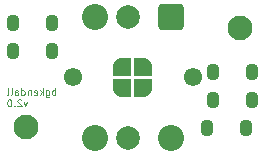
<source format=gbs>
G04 #@! TF.GenerationSoftware,KiCad,Pcbnew,7.0.9*
G04 #@! TF.CreationDate,2024-05-03T00:29:51-04:00*
G04 #@! TF.ProjectId,Nav Switch Mount,4e617620-5377-4697-9463-68204d6f756e,rev?*
G04 #@! TF.SameCoordinates,Original*
G04 #@! TF.FileFunction,Soldermask,Bot*
G04 #@! TF.FilePolarity,Negative*
%FSLAX46Y46*%
G04 Gerber Fmt 4.6, Leading zero omitted, Abs format (unit mm)*
G04 Created by KiCad (PCBNEW 7.0.9) date 2024-05-03 00:29:51*
%MOMM*%
%LPD*%
G01*
G04 APERTURE LIST*
G04 Aperture macros list*
%AMRoundRect*
0 Rectangle with rounded corners*
0 $1 Rounding radius*
0 $2 $3 $4 $5 $6 $7 $8 $9 X,Y pos of 4 corners*
0 Add a 4 corners polygon primitive as box body*
4,1,4,$2,$3,$4,$5,$6,$7,$8,$9,$2,$3,0*
0 Add four circle primitives for the rounded corners*
1,1,$1+$1,$2,$3*
1,1,$1+$1,$4,$5*
1,1,$1+$1,$6,$7*
1,1,$1+$1,$8,$9*
0 Add four rect primitives between the rounded corners*
20,1,$1+$1,$2,$3,$4,$5,0*
20,1,$1+$1,$4,$5,$6,$7,0*
20,1,$1+$1,$6,$7,$8,$9,0*
20,1,$1+$1,$8,$9,$2,$3,0*%
%AMFreePoly0*
4,1,12,-0.775000,0.775000,0.000000,0.775000,0.156719,0.758989,0.327529,0.702389,0.480683,0.607922,0.607922,0.480683,0.702389,0.327529,0.758989,0.156719,0.775000,0.000000,0.775000,-0.775000,-0.775000,-0.775000,-0.775000,0.775000,-0.775000,0.775000,$1*%
%AMFreePoly1*
4,1,12,-0.775000,0.775000,0.775000,0.775000,0.775000,-0.775000,0.000000,-0.775000,-0.156719,-0.758989,-0.327529,-0.702389,-0.480683,-0.607922,-0.607922,-0.480683,-0.702389,-0.327529,-0.758989,-0.156719,-0.775000,0.000000,-0.775000,0.775000,-0.775000,0.775000,$1*%
%AMFreePoly2*
4,1,12,-0.775000,0.000000,-0.758989,0.156719,-0.702389,0.327529,-0.607922,0.480683,-0.480683,0.607922,-0.327529,0.702389,-0.156719,0.758989,0.000000,0.775000,0.775000,0.775000,0.775000,-0.775000,-0.775000,-0.775000,-0.775000,0.000000,-0.775000,0.000000,$1*%
%AMFreePoly3*
4,1,12,-0.775000,0.775000,0.775000,0.775000,0.775000,0.000000,0.758989,-0.156719,0.702389,-0.327529,0.607922,-0.480683,0.480683,-0.607922,0.327529,-0.702389,0.156719,-0.758989,0.000000,-0.775000,-0.775000,-0.775000,-0.775000,0.775000,-0.775000,0.775000,$1*%
G04 Aperture macros list end*
%ADD10C,0.100000*%
%ADD11C,1.550000*%
%ADD12C,2.100000*%
%ADD13FreePoly0,0.000000*%
%ADD14FreePoly1,0.000000*%
%ADD15FreePoly2,0.000000*%
%ADD16FreePoly3,0.000000*%
%ADD17RoundRect,0.329273X-0.772727X0.772727X-0.772727X-0.772727X0.772727X-0.772727X0.772727X0.772727X0*%
%ADD18C,2.004000*%
%ADD19C,2.204000*%
%ADD20RoundRect,0.237500X0.237500X0.412500X-0.237500X0.412500X-0.237500X-0.412500X0.237500X-0.412500X0*%
G04 APERTURE END LIST*
D10*
X152515788Y-53489371D02*
X152515788Y-52889371D01*
X152515788Y-53117942D02*
X152458646Y-53089371D01*
X152458646Y-53089371D02*
X152344360Y-53089371D01*
X152344360Y-53089371D02*
X152287217Y-53117942D01*
X152287217Y-53117942D02*
X152258646Y-53146514D01*
X152258646Y-53146514D02*
X152230074Y-53203657D01*
X152230074Y-53203657D02*
X152230074Y-53375085D01*
X152230074Y-53375085D02*
X152258646Y-53432228D01*
X152258646Y-53432228D02*
X152287217Y-53460800D01*
X152287217Y-53460800D02*
X152344360Y-53489371D01*
X152344360Y-53489371D02*
X152458646Y-53489371D01*
X152458646Y-53489371D02*
X152515788Y-53460800D01*
X151715789Y-53089371D02*
X151715789Y-53575085D01*
X151715789Y-53575085D02*
X151744360Y-53632228D01*
X151744360Y-53632228D02*
X151772931Y-53660800D01*
X151772931Y-53660800D02*
X151830074Y-53689371D01*
X151830074Y-53689371D02*
X151915789Y-53689371D01*
X151915789Y-53689371D02*
X151972931Y-53660800D01*
X151715789Y-53460800D02*
X151772931Y-53489371D01*
X151772931Y-53489371D02*
X151887217Y-53489371D01*
X151887217Y-53489371D02*
X151944360Y-53460800D01*
X151944360Y-53460800D02*
X151972931Y-53432228D01*
X151972931Y-53432228D02*
X152001503Y-53375085D01*
X152001503Y-53375085D02*
X152001503Y-53203657D01*
X152001503Y-53203657D02*
X151972931Y-53146514D01*
X151972931Y-53146514D02*
X151944360Y-53117942D01*
X151944360Y-53117942D02*
X151887217Y-53089371D01*
X151887217Y-53089371D02*
X151772931Y-53089371D01*
X151772931Y-53089371D02*
X151715789Y-53117942D01*
X151430074Y-53489371D02*
X151430074Y-52889371D01*
X151372932Y-53260800D02*
X151201503Y-53489371D01*
X151201503Y-53089371D02*
X151430074Y-53317942D01*
X150715789Y-53460800D02*
X150772932Y-53489371D01*
X150772932Y-53489371D02*
X150887218Y-53489371D01*
X150887218Y-53489371D02*
X150944360Y-53460800D01*
X150944360Y-53460800D02*
X150972932Y-53403657D01*
X150972932Y-53403657D02*
X150972932Y-53175085D01*
X150972932Y-53175085D02*
X150944360Y-53117942D01*
X150944360Y-53117942D02*
X150887218Y-53089371D01*
X150887218Y-53089371D02*
X150772932Y-53089371D01*
X150772932Y-53089371D02*
X150715789Y-53117942D01*
X150715789Y-53117942D02*
X150687218Y-53175085D01*
X150687218Y-53175085D02*
X150687218Y-53232228D01*
X150687218Y-53232228D02*
X150972932Y-53289371D01*
X150430074Y-53089371D02*
X150430074Y-53489371D01*
X150430074Y-53146514D02*
X150401503Y-53117942D01*
X150401503Y-53117942D02*
X150344360Y-53089371D01*
X150344360Y-53089371D02*
X150258646Y-53089371D01*
X150258646Y-53089371D02*
X150201503Y-53117942D01*
X150201503Y-53117942D02*
X150172932Y-53175085D01*
X150172932Y-53175085D02*
X150172932Y-53489371D01*
X149630075Y-53489371D02*
X149630075Y-52889371D01*
X149630075Y-53460800D02*
X149687217Y-53489371D01*
X149687217Y-53489371D02*
X149801503Y-53489371D01*
X149801503Y-53489371D02*
X149858646Y-53460800D01*
X149858646Y-53460800D02*
X149887217Y-53432228D01*
X149887217Y-53432228D02*
X149915789Y-53375085D01*
X149915789Y-53375085D02*
X149915789Y-53203657D01*
X149915789Y-53203657D02*
X149887217Y-53146514D01*
X149887217Y-53146514D02*
X149858646Y-53117942D01*
X149858646Y-53117942D02*
X149801503Y-53089371D01*
X149801503Y-53089371D02*
X149687217Y-53089371D01*
X149687217Y-53089371D02*
X149630075Y-53117942D01*
X149087218Y-53489371D02*
X149087218Y-53175085D01*
X149087218Y-53175085D02*
X149115789Y-53117942D01*
X149115789Y-53117942D02*
X149172932Y-53089371D01*
X149172932Y-53089371D02*
X149287218Y-53089371D01*
X149287218Y-53089371D02*
X149344360Y-53117942D01*
X149087218Y-53460800D02*
X149144360Y-53489371D01*
X149144360Y-53489371D02*
X149287218Y-53489371D01*
X149287218Y-53489371D02*
X149344360Y-53460800D01*
X149344360Y-53460800D02*
X149372932Y-53403657D01*
X149372932Y-53403657D02*
X149372932Y-53346514D01*
X149372932Y-53346514D02*
X149344360Y-53289371D01*
X149344360Y-53289371D02*
X149287218Y-53260800D01*
X149287218Y-53260800D02*
X149144360Y-53260800D01*
X149144360Y-53260800D02*
X149087218Y-53232228D01*
X148715789Y-53489371D02*
X148772932Y-53460800D01*
X148772932Y-53460800D02*
X148801503Y-53403657D01*
X148801503Y-53403657D02*
X148801503Y-52889371D01*
X148401503Y-53489371D02*
X148458646Y-53460800D01*
X148458646Y-53460800D02*
X148487217Y-53403657D01*
X148487217Y-53403657D02*
X148487217Y-52889371D01*
X150115789Y-54055371D02*
X149972932Y-54455371D01*
X149972932Y-54455371D02*
X149830075Y-54055371D01*
X149630075Y-53912514D02*
X149601503Y-53883942D01*
X149601503Y-53883942D02*
X149544361Y-53855371D01*
X149544361Y-53855371D02*
X149401503Y-53855371D01*
X149401503Y-53855371D02*
X149344361Y-53883942D01*
X149344361Y-53883942D02*
X149315789Y-53912514D01*
X149315789Y-53912514D02*
X149287218Y-53969657D01*
X149287218Y-53969657D02*
X149287218Y-54026800D01*
X149287218Y-54026800D02*
X149315789Y-54112514D01*
X149315789Y-54112514D02*
X149658646Y-54455371D01*
X149658646Y-54455371D02*
X149287218Y-54455371D01*
X149030074Y-54398228D02*
X149001503Y-54426800D01*
X149001503Y-54426800D02*
X149030074Y-54455371D01*
X149030074Y-54455371D02*
X149058646Y-54426800D01*
X149058646Y-54426800D02*
X149030074Y-54398228D01*
X149030074Y-54398228D02*
X149030074Y-54455371D01*
X148630075Y-53855371D02*
X148572932Y-53855371D01*
X148572932Y-53855371D02*
X148515789Y-53883942D01*
X148515789Y-53883942D02*
X148487218Y-53912514D01*
X148487218Y-53912514D02*
X148458646Y-53969657D01*
X148458646Y-53969657D02*
X148430075Y-54083942D01*
X148430075Y-54083942D02*
X148430075Y-54226800D01*
X148430075Y-54226800D02*
X148458646Y-54341085D01*
X148458646Y-54341085D02*
X148487218Y-54398228D01*
X148487218Y-54398228D02*
X148515789Y-54426800D01*
X148515789Y-54426800D02*
X148572932Y-54455371D01*
X148572932Y-54455371D02*
X148630075Y-54455371D01*
X148630075Y-54455371D02*
X148687218Y-54426800D01*
X148687218Y-54426800D02*
X148715789Y-54398228D01*
X148715789Y-54398228D02*
X148744360Y-54341085D01*
X148744360Y-54341085D02*
X148772932Y-54226800D01*
X148772932Y-54226800D02*
X148772932Y-54083942D01*
X148772932Y-54083942D02*
X148744360Y-53969657D01*
X148744360Y-53969657D02*
X148715789Y-53912514D01*
X148715789Y-53912514D02*
X148687218Y-53883942D01*
X148687218Y-53883942D02*
X148630075Y-53855371D01*
D11*
X153970000Y-52000000D03*
D12*
X150000000Y-56200000D03*
D13*
X159950000Y-51100000D03*
D14*
X158150000Y-52900000D03*
D15*
X158150000Y-51100000D03*
D16*
X159950000Y-52900000D03*
D12*
X168100000Y-47800000D03*
D11*
X164130000Y-52000000D03*
D17*
X162325000Y-46850000D03*
D18*
X158625000Y-46850000D03*
D19*
X155825000Y-46850000D03*
X155825000Y-57150000D03*
D18*
X158625000Y-57150000D03*
D19*
X162325000Y-57150000D03*
D20*
X152200000Y-47375000D03*
X148900000Y-47375000D03*
X152200000Y-49750000D03*
X148900000Y-49750000D03*
X168650000Y-56250000D03*
X165350000Y-56250000D03*
X169150000Y-53875000D03*
X165850000Y-53875000D03*
X169150000Y-51500000D03*
X165850000Y-51500000D03*
M02*

</source>
